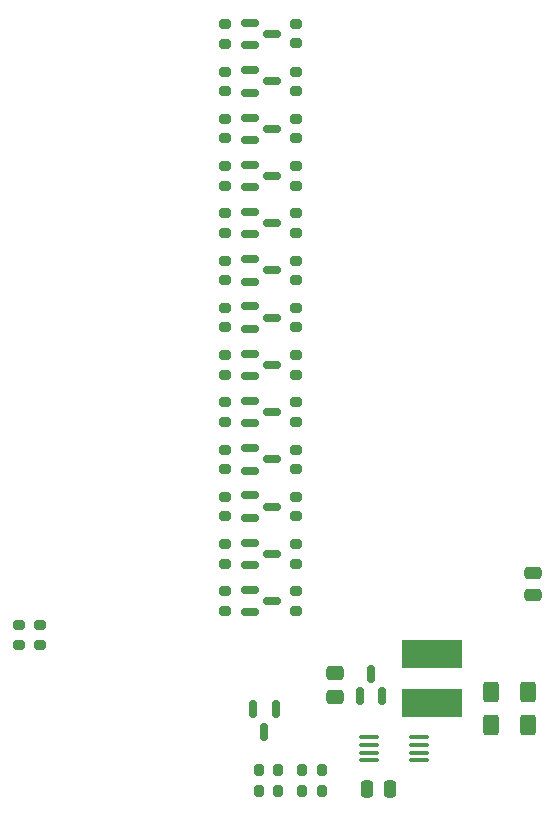
<source format=gbp>
%TF.GenerationSoftware,KiCad,Pcbnew,(6.0.7)*%
%TF.CreationDate,2023-01-31T21:17:35+00:00*%
%TF.ProjectId,dmf-5008-backpack,646d662d-3530-4303-982d-6261636b7061,rev?*%
%TF.SameCoordinates,Original*%
%TF.FileFunction,Paste,Bot*%
%TF.FilePolarity,Positive*%
%FSLAX46Y46*%
G04 Gerber Fmt 4.6, Leading zero omitted, Abs format (unit mm)*
G04 Created by KiCad (PCBNEW (6.0.7)) date 2023-01-31 21:17:35*
%MOMM*%
%LPD*%
G01*
G04 APERTURE LIST*
G04 Aperture macros list*
%AMRoundRect*
0 Rectangle with rounded corners*
0 $1 Rounding radius*
0 $2 $3 $4 $5 $6 $7 $8 $9 X,Y pos of 4 corners*
0 Add a 4 corners polygon primitive as box body*
4,1,4,$2,$3,$4,$5,$6,$7,$8,$9,$2,$3,0*
0 Add four circle primitives for the rounded corners*
1,1,$1+$1,$2,$3*
1,1,$1+$1,$4,$5*
1,1,$1+$1,$6,$7*
1,1,$1+$1,$8,$9*
0 Add four rect primitives between the rounded corners*
20,1,$1+$1,$2,$3,$4,$5,0*
20,1,$1+$1,$4,$5,$6,$7,0*
20,1,$1+$1,$6,$7,$8,$9,0*
20,1,$1+$1,$8,$9,$2,$3,0*%
G04 Aperture macros list end*
%ADD10RoundRect,0.150000X-0.587500X-0.150000X0.587500X-0.150000X0.587500X0.150000X-0.587500X0.150000X0*%
%ADD11RoundRect,0.200000X0.275000X-0.200000X0.275000X0.200000X-0.275000X0.200000X-0.275000X-0.200000X0*%
%ADD12RoundRect,0.150000X-0.150000X0.587500X-0.150000X-0.587500X0.150000X-0.587500X0.150000X0.587500X0*%
%ADD13RoundRect,0.200000X0.200000X0.275000X-0.200000X0.275000X-0.200000X-0.275000X0.200000X-0.275000X0*%
%ADD14RoundRect,0.200000X-0.200000X-0.275000X0.200000X-0.275000X0.200000X0.275000X-0.200000X0.275000X0*%
%ADD15RoundRect,0.250000X-0.250000X-0.475000X0.250000X-0.475000X0.250000X0.475000X-0.250000X0.475000X0*%
%ADD16RoundRect,0.250000X-0.400000X-0.625000X0.400000X-0.625000X0.400000X0.625000X-0.400000X0.625000X0*%
%ADD17RoundRect,0.250000X-0.475000X0.250000X-0.475000X-0.250000X0.475000X-0.250000X0.475000X0.250000X0*%
%ADD18RoundRect,0.250000X-0.475000X0.337500X-0.475000X-0.337500X0.475000X-0.337500X0.475000X0.337500X0*%
%ADD19R,5.100000X2.350000*%
%ADD20RoundRect,0.150000X0.150000X-0.587500X0.150000X0.587500X-0.150000X0.587500X-0.150000X-0.587500X0*%
%ADD21RoundRect,0.100000X-0.712500X-0.100000X0.712500X-0.100000X0.712500X0.100000X-0.712500X0.100000X0*%
G04 APERTURE END LIST*
D10*
X154562500Y-93450000D03*
X154562500Y-91550000D03*
X156437500Y-92500000D03*
D11*
X152450000Y-101325000D03*
X152450000Y-99675000D03*
D12*
X154850000Y-121662500D03*
X156750000Y-121662500D03*
X155800000Y-123537500D03*
D11*
X152450000Y-69325000D03*
X152450000Y-67675000D03*
X158500000Y-69325000D03*
X158500000Y-67675000D03*
X158500000Y-113325000D03*
X158500000Y-111675000D03*
D13*
X156975000Y-126800000D03*
X155325000Y-126800000D03*
D11*
X152450000Y-77325000D03*
X152450000Y-75675000D03*
X158500000Y-105325000D03*
X158500000Y-103675000D03*
X158500000Y-101325000D03*
X158500000Y-99675000D03*
X152450000Y-109325000D03*
X152450000Y-107675000D03*
D10*
X154562500Y-81450000D03*
X154562500Y-79550000D03*
X156437500Y-80500000D03*
D11*
X158500000Y-81325000D03*
X158500000Y-79675000D03*
D14*
X159000000Y-128600000D03*
X160650000Y-128600000D03*
D11*
X136800000Y-116200000D03*
X136800000Y-114550000D03*
D15*
X164500000Y-128400000D03*
X166400000Y-128400000D03*
D10*
X154562500Y-65450000D03*
X154562500Y-63550000D03*
X156437500Y-64500000D03*
D14*
X155325000Y-128600000D03*
X156975000Y-128600000D03*
D11*
X152450000Y-89325000D03*
X152450000Y-87675000D03*
D10*
X154562500Y-89450000D03*
X154562500Y-87550000D03*
X156437500Y-88500000D03*
D11*
X152450000Y-93325000D03*
X152450000Y-91675000D03*
D10*
X154562500Y-73450000D03*
X154562500Y-71550000D03*
X156437500Y-72500000D03*
D16*
X175000000Y-120200000D03*
X178100000Y-120200000D03*
X175000000Y-123000000D03*
X178100000Y-123000000D03*
D11*
X158500000Y-65250000D03*
X158500000Y-63600000D03*
X152450000Y-81325000D03*
X152450000Y-79675000D03*
X158500000Y-73325000D03*
X158500000Y-71675000D03*
D10*
X154562500Y-77450000D03*
X154562500Y-75550000D03*
X156437500Y-76500000D03*
X154562500Y-69450000D03*
X154562500Y-67550000D03*
X156437500Y-68500000D03*
D17*
X178500000Y-110100000D03*
X178500000Y-112000000D03*
D10*
X154562500Y-101450000D03*
X154562500Y-99550000D03*
X156437500Y-100500000D03*
D11*
X158500000Y-109325000D03*
X158500000Y-107675000D03*
X152450000Y-65300000D03*
X152450000Y-63650000D03*
D18*
X161800000Y-118562500D03*
X161800000Y-120637500D03*
D11*
X158500000Y-93325000D03*
X158500000Y-91675000D03*
D13*
X160650000Y-126800000D03*
X159000000Y-126800000D03*
D10*
X154562500Y-113450000D03*
X154562500Y-111550000D03*
X156437500Y-112500000D03*
D11*
X152450000Y-105325000D03*
X152450000Y-103675000D03*
X152450000Y-85325000D03*
X152450000Y-83675000D03*
X158500000Y-85325000D03*
X158500000Y-83675000D03*
D10*
X154562500Y-85450000D03*
X154562500Y-83550000D03*
X156437500Y-84500000D03*
X154562500Y-109450000D03*
X154562500Y-107550000D03*
X156437500Y-108500000D03*
D11*
X158500000Y-77325000D03*
X158500000Y-75675000D03*
D10*
X154562500Y-105450000D03*
X154562500Y-103550000D03*
X156437500Y-104500000D03*
D11*
X152450000Y-73325000D03*
X152450000Y-71675000D03*
X152450000Y-97325000D03*
X152450000Y-95675000D03*
D19*
X170000000Y-117000000D03*
X170000000Y-121150000D03*
D11*
X158500000Y-89325000D03*
X158500000Y-87675000D03*
D20*
X165750000Y-120537500D03*
X163850000Y-120537500D03*
X164800000Y-118662500D03*
D11*
X158500000Y-97325000D03*
X158500000Y-95675000D03*
X135000000Y-116200000D03*
X135000000Y-114550000D03*
D21*
X164687500Y-125975000D03*
X164687500Y-125325000D03*
X164687500Y-124675000D03*
X164687500Y-124025000D03*
X168912500Y-124025000D03*
X168912500Y-124675000D03*
X168912500Y-125325000D03*
X168912500Y-125975000D03*
D10*
X154562500Y-97450000D03*
X154562500Y-95550000D03*
X156437500Y-96500000D03*
D11*
X152450000Y-113325000D03*
X152450000Y-111675000D03*
M02*

</source>
